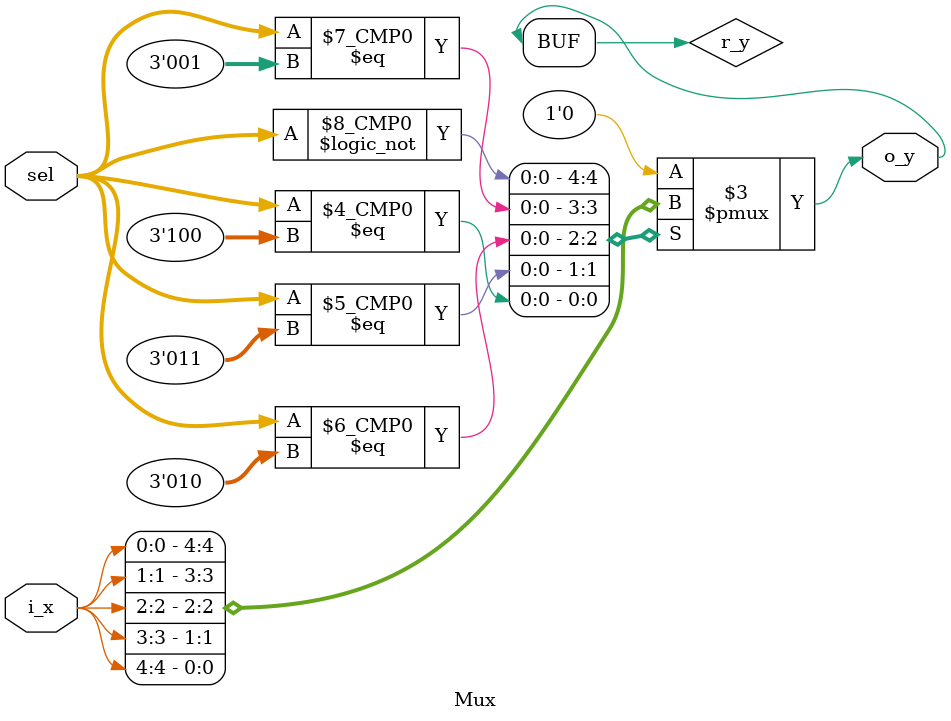
<source format=v>
`timescale 1ns / 1ps

module Mux(
    input [4:0] i_x,
    input [2:0] sel,
    output o_y
    );

    reg r_y;
    assign o_y = r_y;

    always @(*) begin
        r_y = 1'b0;
        case (sel)
            3'd0 : r_y = i_x[0];
            3'd1 : r_y = i_x[1];
            3'd2 : r_y = i_x[2];
            3'd3 : r_y = i_x[3];
            3'd4 : r_y = i_x[4];
        endcase
    end
endmodule



</source>
